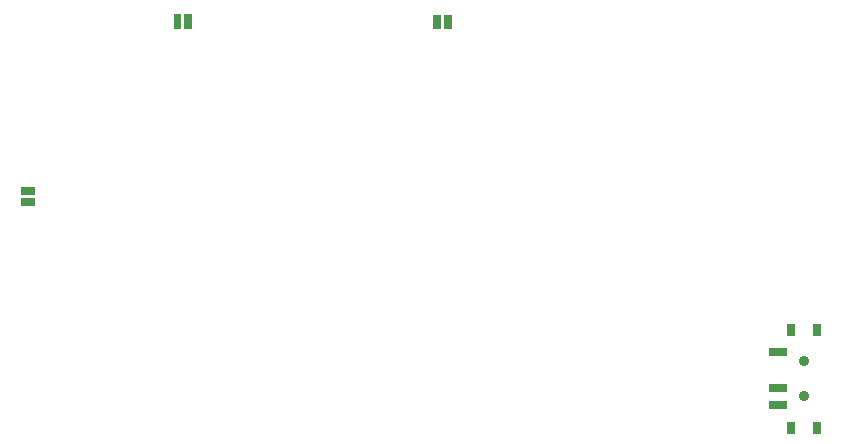
<source format=gbp>
G04 MADE WITH FRITZING*
G04 WWW.FRITZING.ORG*
G04 DOUBLE SIDED*
G04 HOLES PLATED*
G04 CONTOUR ON CENTER OF CONTOUR VECTOR*
%ASAXBY*%
%FSLAX23Y23*%
%MOIN*%
%OFA0B0*%
%SFA1.0B1.0*%
%ADD10C,0.035433*%
%ADD11R,0.031496X0.039370*%
%ADD12R,0.059055X0.027559*%
%ADD13R,0.025000X0.050000*%
%ADD14R,0.050000X0.025000*%
%LNPASTEMASK0*%
G90*
G70*
G54D10*
X4074Y890D03*
X4074Y772D03*
X4074Y890D03*
X4074Y772D03*
X4074Y890D03*
X4074Y772D03*
G54D11*
X4031Y994D03*
X4118Y994D03*
X4118Y668D03*
X4031Y668D03*
G54D12*
X3986Y920D03*
X3986Y801D03*
X3986Y742D03*
G54D13*
X2886Y2020D03*
X2850Y2020D03*
G54D14*
X1486Y1420D03*
X1486Y1455D03*
G36*
X1973Y1995D02*
X1973Y2045D01*
X1998Y2045D01*
X1998Y1995D01*
X1973Y1995D01*
G37*
D02*
G36*
X2009Y1995D02*
X2009Y2045D01*
X2034Y2045D01*
X2034Y1995D01*
X2009Y1995D01*
G37*
D02*
G04 End of PasteMask0*
M02*
</source>
